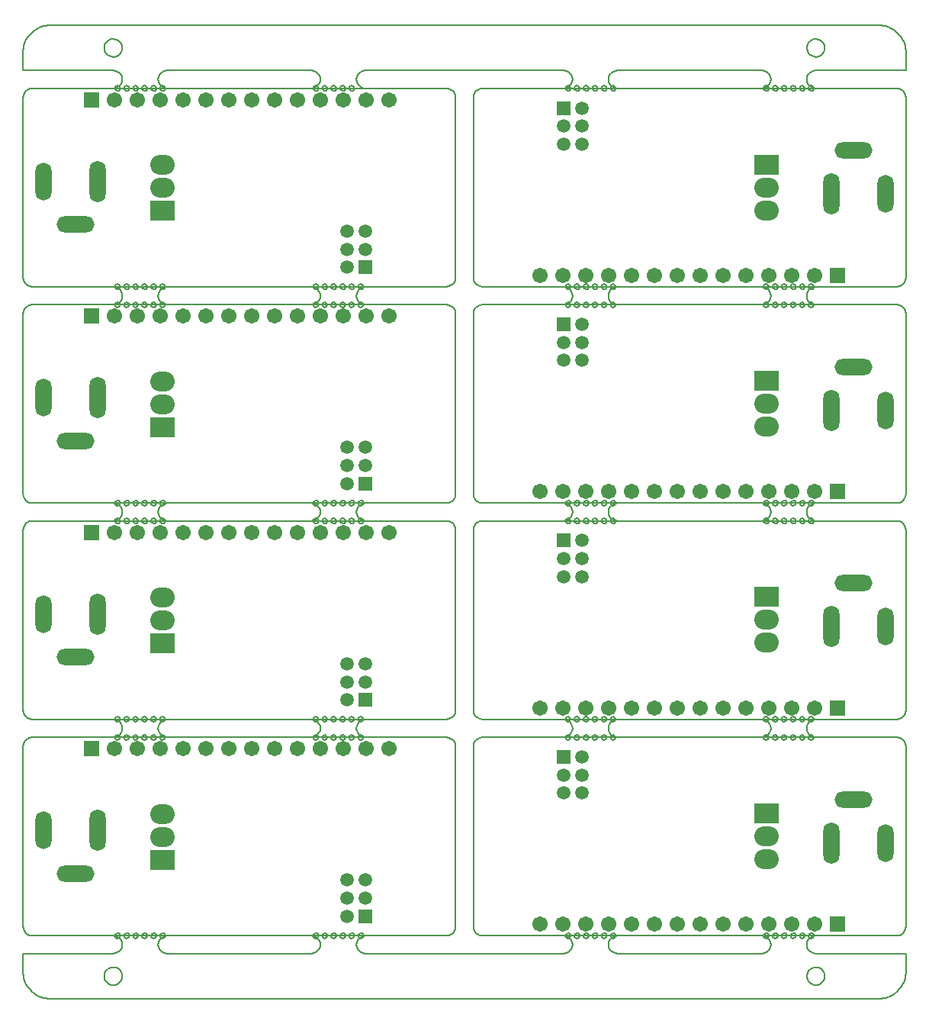
<source format=gbs>
G04*
G04 #@! TF.GenerationSoftware,Altium Limited,Altium Designer,18.0.7 (293)*
G04*
G04 Layer_Color=16711935*
%FSLAX25Y25*%
%MOIN*%
G70*
G01*
G75*
%ADD21C,0.00787*%
%ADD44O,0.07099X0.16548*%
%ADD45O,0.16548X0.07099*%
%ADD46O,0.07099X0.18123*%
%ADD47O,0.10642X0.08674*%
%ADD48R,0.10642X0.08674*%
%ADD49C,0.05918*%
%ADD50R,0.05918X0.05918*%
%ADD51C,0.06706*%
%ADD52R,0.06706X0.06706*%
G54D21*
X264020Y554453D02*
X263575Y555376D01*
X262576Y555604D01*
X261774Y554965D01*
Y553940D01*
X262576Y553301D01*
X263575Y553529D01*
X264020Y554453D01*
X283705D02*
X283260Y555376D01*
X282261Y555604D01*
X281459Y554965D01*
Y553940D01*
X282261Y553301D01*
X283260Y553529D01*
X283705Y554453D01*
X567169D02*
X566725Y555376D01*
X565725Y555604D01*
X564924Y554965D01*
Y553940D01*
X565725Y553301D01*
X566725Y553529D01*
X567169Y554453D01*
X480555D02*
X480110Y555376D01*
X479111Y555604D01*
X478310Y554965D01*
Y553940D01*
X479111Y553301D01*
X480110Y553529D01*
X480555Y554453D01*
X283705Y459965D02*
X283260Y460888D01*
X282261Y461116D01*
X281459Y460477D01*
Y459452D01*
X282261Y458813D01*
X283260Y459041D01*
X283705Y459965D01*
Y467839D02*
X283260Y468762D01*
X282261Y468990D01*
X281459Y468351D01*
Y467326D01*
X282261Y466687D01*
X283260Y466915D01*
X283705Y467839D01*
X370319Y459965D02*
X369874Y460888D01*
X368875Y461116D01*
X368074Y460477D01*
Y459452D01*
X368875Y458813D01*
X369874Y459041D01*
X370319Y459965D01*
Y467839D02*
X369874Y468762D01*
X368875Y468990D01*
X368074Y468351D01*
Y467326D01*
X368875Y466687D01*
X369874Y466915D01*
X370319Y467839D01*
X480555Y459965D02*
X480110Y460888D01*
X479111Y461116D01*
X478310Y460477D01*
Y459452D01*
X479111Y458813D01*
X480110Y459041D01*
X480555Y459965D01*
Y467839D02*
X480110Y468762D01*
X479111Y468990D01*
X478310Y468351D01*
Y467326D01*
X479111Y466687D01*
X480110Y466915D01*
X480555Y467839D01*
X567169Y459965D02*
X566725Y460888D01*
X565725Y461116D01*
X564924Y460477D01*
Y459452D01*
X565725Y458813D01*
X566725Y459041D01*
X567169Y459965D01*
Y467839D02*
X566725Y468762D01*
X565725Y468990D01*
X564924Y468351D01*
Y467326D01*
X565725Y466687D01*
X566725Y466915D01*
X567169Y467839D01*
Y365476D02*
X566725Y366400D01*
X565725Y366628D01*
X564924Y365989D01*
Y364964D01*
X565725Y364325D01*
X566725Y364553D01*
X567169Y365476D01*
Y373350D02*
X566725Y374274D01*
X565725Y374502D01*
X564924Y373863D01*
Y372838D01*
X565725Y372199D01*
X566725Y372427D01*
X567169Y373350D01*
X480555Y365476D02*
X480110Y366400D01*
X479111Y366628D01*
X478310Y365989D01*
Y364964D01*
X479111Y364325D01*
X480110Y364553D01*
X480555Y365476D01*
Y373350D02*
X480110Y374274D01*
X479111Y374502D01*
X478310Y373863D01*
Y372838D01*
X479111Y372199D01*
X480110Y372427D01*
X480555Y373350D01*
X370319Y365476D02*
X369874Y366400D01*
X368875Y366628D01*
X368074Y365989D01*
Y364964D01*
X368875Y364325D01*
X369874Y364553D01*
X370319Y365476D01*
Y373350D02*
X369874Y374274D01*
X368875Y374502D01*
X368074Y373863D01*
Y372838D01*
X368875Y372199D01*
X369874Y372427D01*
X370319Y373350D01*
X283705Y365476D02*
X283260Y366400D01*
X282261Y366628D01*
X281459Y365989D01*
Y364964D01*
X282261Y364325D01*
X283260Y364553D01*
X283705Y365476D01*
Y373350D02*
X283260Y374274D01*
X282261Y374502D01*
X281459Y373863D01*
Y372838D01*
X282261Y372199D01*
X283260Y372427D01*
X283705Y373350D01*
X370319Y270988D02*
X369874Y271912D01*
X368875Y272140D01*
X368074Y271501D01*
Y270476D01*
X368875Y269837D01*
X369874Y270065D01*
X370319Y270988D01*
Y278862D02*
X369874Y279786D01*
X368875Y280014D01*
X368074Y279375D01*
Y278350D01*
X368875Y277711D01*
X369874Y277939D01*
X370319Y278862D01*
X283705Y270988D02*
X283260Y271912D01*
X282261Y272140D01*
X281459Y271501D01*
Y270476D01*
X282261Y269837D01*
X283260Y270065D01*
X283705Y270988D01*
Y278862D02*
X283260Y279786D01*
X282261Y280014D01*
X281459Y279375D01*
Y278350D01*
X282261Y277711D01*
X283260Y277939D01*
X283705Y278862D01*
X480555Y270988D02*
X480110Y271912D01*
X479111Y272140D01*
X478310Y271501D01*
Y270476D01*
X479111Y269837D01*
X480110Y270065D01*
X480555Y270988D01*
Y278862D02*
X480110Y279786D01*
X479111Y280014D01*
X478310Y279375D01*
Y278350D01*
X479111Y277711D01*
X480110Y277939D01*
X480555Y278862D01*
X567169Y270988D02*
X566725Y271912D01*
X565725Y272140D01*
X564924Y271501D01*
Y270476D01*
X565725Y269837D01*
X566725Y270065D01*
X567169Y270988D01*
Y278862D02*
X566725Y279786D01*
X565725Y280014D01*
X564924Y279375D01*
Y278350D01*
X565725Y277711D01*
X566725Y277939D01*
X567169Y278862D01*
Y184374D02*
X566725Y185297D01*
X565725Y185526D01*
X564924Y184887D01*
Y183862D01*
X565725Y183222D01*
X566725Y183451D01*
X567169Y184374D01*
X480555D02*
X480110Y185297D01*
X479111Y185526D01*
X478310Y184887D01*
Y183862D01*
X479111Y183222D01*
X480110Y183451D01*
X480555Y184374D01*
X370319D02*
X369874Y185297D01*
X368875Y185526D01*
X368074Y184887D01*
Y183862D01*
X368875Y183222D01*
X369874Y183451D01*
X370319Y184374D01*
X283705D02*
X283260Y185297D01*
X282261Y185526D01*
X281459Y184887D01*
Y183862D01*
X282261Y183222D01*
X283260Y183451D01*
X283705Y184374D01*
X547484D02*
X547040Y185297D01*
X546040Y185526D01*
X545239Y184887D01*
Y183862D01*
X546040Y183222D01*
X547040Y183451D01*
X547484Y184374D01*
X476618D02*
X476173Y185297D01*
X475174Y185526D01*
X474373Y184887D01*
Y183862D01*
X475174Y183222D01*
X476173Y183451D01*
X476618Y184374D01*
X547484Y270988D02*
X547040Y271912D01*
X546040Y272140D01*
X545239Y271501D01*
Y270476D01*
X546040Y269837D01*
X547040Y270065D01*
X547484Y270988D01*
Y278862D02*
X547040Y279786D01*
X546040Y280014D01*
X545239Y279375D01*
Y278350D01*
X546040Y277711D01*
X547040Y277939D01*
X547484Y278862D01*
X476618Y270988D02*
X476173Y271912D01*
X475174Y272140D01*
X474373Y271501D01*
Y270476D01*
X475174Y269837D01*
X476173Y270065D01*
X476618Y270988D01*
Y278862D02*
X476173Y279786D01*
X475174Y280014D01*
X474373Y279375D01*
Y278350D01*
X475174Y277711D01*
X476173Y277939D01*
X476618Y278862D01*
X547484Y365476D02*
X547040Y366400D01*
X546040Y366628D01*
X545239Y365989D01*
Y364964D01*
X546040Y364325D01*
X547040Y364553D01*
X547484Y365476D01*
Y373350D02*
X547040Y374274D01*
X546040Y374502D01*
X545239Y373863D01*
Y372838D01*
X546040Y372199D01*
X547040Y372427D01*
X547484Y373350D01*
X476618Y365476D02*
X476173Y366400D01*
X475174Y366628D01*
X474373Y365989D01*
Y364964D01*
X475174Y364325D01*
X476173Y364553D01*
X476618Y365476D01*
Y373350D02*
X476173Y374274D01*
X475174Y374502D01*
X474373Y373863D01*
Y372838D01*
X475174Y372199D01*
X476173Y372427D01*
X476618Y373350D01*
X547484Y467839D02*
X547040Y468762D01*
X546040Y468990D01*
X545239Y468351D01*
Y467326D01*
X546040Y466687D01*
X547040Y466915D01*
X547484Y467839D01*
Y459965D02*
X547040Y460888D01*
X546040Y461116D01*
X545239Y460477D01*
Y459452D01*
X546040Y458813D01*
X547040Y459041D01*
X547484Y459965D01*
X476618D02*
X476173Y460888D01*
X475174Y461116D01*
X474373Y460477D01*
Y459452D01*
X475174Y458813D01*
X476173Y459041D01*
X476618Y459965D01*
Y467839D02*
X476173Y468762D01*
X475174Y468990D01*
X474373Y468351D01*
Y467326D01*
X475174Y466687D01*
X476173Y466915D01*
X476618Y467839D01*
X547484Y554453D02*
X547040Y555376D01*
X546040Y555604D01*
X545239Y554965D01*
Y553940D01*
X546040Y553301D01*
X547040Y553529D01*
X547484Y554453D01*
X476618D02*
X476173Y555376D01*
X475174Y555604D01*
X474373Y554965D01*
Y553940D01*
X475174Y553301D01*
X476173Y553529D01*
X476618Y554453D01*
X350634D02*
X350189Y555376D01*
X349190Y555604D01*
X348389Y554965D01*
Y553940D01*
X349190Y553301D01*
X350189Y553529D01*
X350634Y554453D01*
X279768D02*
X279323Y555376D01*
X278324Y555604D01*
X277522Y554965D01*
Y553940D01*
X278324Y553301D01*
X279323Y553529D01*
X279768Y554453D01*
X350634Y459965D02*
X350189Y460888D01*
X349190Y461116D01*
X348389Y460477D01*
Y459452D01*
X349190Y458813D01*
X350189Y459041D01*
X350634Y459965D01*
Y467839D02*
X350189Y468762D01*
X349190Y468990D01*
X348389Y468351D01*
Y467326D01*
X349190Y466687D01*
X350189Y466915D01*
X350634Y467839D01*
X279768Y459965D02*
X279323Y460888D01*
X278324Y461116D01*
X277522Y460477D01*
Y459452D01*
X278324Y458813D01*
X279323Y459041D01*
X279768Y459965D01*
Y467839D02*
X279323Y468762D01*
X278324Y468990D01*
X277522Y468351D01*
Y467326D01*
X278324Y466687D01*
X279323Y466915D01*
X279768Y467839D01*
X350634Y365476D02*
X350189Y366400D01*
X349190Y366628D01*
X348389Y365989D01*
Y364964D01*
X349190Y364325D01*
X350189Y364553D01*
X350634Y365476D01*
Y373350D02*
X350189Y374274D01*
X349190Y374502D01*
X348389Y373863D01*
Y372838D01*
X349190Y372199D01*
X350189Y372427D01*
X350634Y373350D01*
X279768Y365476D02*
X279323Y366400D01*
X278324Y366628D01*
X277522Y365989D01*
Y364964D01*
X278324Y364325D01*
X279323Y364553D01*
X279768Y365476D01*
Y373350D02*
X279323Y374274D01*
X278324Y374502D01*
X277522Y373863D01*
Y372838D01*
X278324Y372199D01*
X279323Y372427D01*
X279768Y373350D01*
X350634Y270988D02*
X350189Y271912D01*
X349190Y272140D01*
X348389Y271501D01*
Y270476D01*
X349190Y269837D01*
X350189Y270065D01*
X350634Y270988D01*
Y278862D02*
X350189Y279786D01*
X349190Y280014D01*
X348389Y279375D01*
Y278350D01*
X349190Y277711D01*
X350189Y277939D01*
X350634Y278862D01*
X279768Y270988D02*
X279323Y271912D01*
X278324Y272140D01*
X277522Y271501D01*
Y270476D01*
X278324Y269837D01*
X279323Y270065D01*
X279768Y270988D01*
Y278862D02*
X279323Y279786D01*
X278324Y280014D01*
X277522Y279375D01*
Y278350D01*
X278324Y277711D01*
X279323Y277939D01*
X279768Y278862D01*
X350634Y184374D02*
X350189Y185297D01*
X349190Y185526D01*
X348389Y184887D01*
Y183862D01*
X349190Y183222D01*
X350189Y183451D01*
X350634Y184374D01*
X279768D02*
X279323Y185297D01*
X278324Y185526D01*
X277522Y184887D01*
Y183862D01*
X278324Y183222D01*
X279323Y183451D01*
X279768Y184374D01*
X551421Y270988D02*
X550977Y271912D01*
X549977Y272140D01*
X549176Y271501D01*
Y270476D01*
X549977Y269837D01*
X550977Y270065D01*
X551421Y270988D01*
X555358D02*
X554914Y271912D01*
X553914Y272140D01*
X553113Y271501D01*
Y270476D01*
X553914Y269837D01*
X554914Y270065D01*
X555358Y270988D01*
X559295D02*
X558851Y271912D01*
X557851Y272140D01*
X557050Y271501D01*
Y270476D01*
X557851Y269837D01*
X558851Y270065D01*
X559295Y270988D01*
X563232D02*
X562788Y271912D01*
X561788Y272140D01*
X560987Y271501D01*
Y270476D01*
X561788Y269837D01*
X562788Y270065D01*
X563232Y270988D01*
X551421Y278862D02*
X550977Y279786D01*
X549977Y280014D01*
X549176Y279375D01*
Y278350D01*
X549977Y277711D01*
X550977Y277939D01*
X551421Y278862D01*
X555358D02*
X554914Y279786D01*
X553914Y280014D01*
X553113Y279375D01*
Y278350D01*
X553914Y277711D01*
X554914Y277939D01*
X555358Y278862D01*
X559295D02*
X558851Y279786D01*
X557851Y280014D01*
X557050Y279375D01*
Y278350D01*
X557851Y277711D01*
X558851Y277939D01*
X559295Y278862D01*
X563232D02*
X562788Y279786D01*
X561788Y280014D01*
X560987Y279375D01*
Y278350D01*
X561788Y277711D01*
X562788Y277939D01*
X563232Y278862D01*
X460870Y270988D02*
X460425Y271912D01*
X459426Y272140D01*
X458625Y271501D01*
Y270476D01*
X459426Y269837D01*
X460425Y270065D01*
X460870Y270988D01*
X464807D02*
X464362Y271912D01*
X463363Y272140D01*
X462562Y271501D01*
Y270476D01*
X463363Y269837D01*
X464362Y270065D01*
X464807Y270988D01*
X468744D02*
X468299Y271912D01*
X467300Y272140D01*
X466499Y271501D01*
Y270476D01*
X467300Y269837D01*
X468299Y270065D01*
X468744Y270988D01*
X472681D02*
X472236Y271912D01*
X471237Y272140D01*
X470436Y271501D01*
Y270476D01*
X471237Y269837D01*
X472236Y270065D01*
X472681Y270988D01*
X460870Y278862D02*
X460425Y279786D01*
X459426Y280014D01*
X458625Y279375D01*
Y278350D01*
X459426Y277711D01*
X460425Y277939D01*
X460870Y278862D01*
X464807D02*
X464362Y279786D01*
X463363Y280014D01*
X462562Y279375D01*
Y278350D01*
X463363Y277711D01*
X464362Y277939D01*
X464807Y278862D01*
X468744D02*
X468299Y279786D01*
X467300Y280014D01*
X466499Y279375D01*
Y278350D01*
X467300Y277711D01*
X468299Y277939D01*
X468744Y278862D01*
X472681D02*
X472236Y279786D01*
X471237Y280014D01*
X470436Y279375D01*
Y278350D01*
X471237Y277711D01*
X472236Y277939D01*
X472681Y278862D01*
X551421Y365476D02*
X550977Y366400D01*
X549977Y366628D01*
X549176Y365989D01*
Y364964D01*
X549977Y364325D01*
X550977Y364553D01*
X551421Y365476D01*
X555358D02*
X554914Y366400D01*
X553914Y366628D01*
X553113Y365989D01*
Y364964D01*
X553914Y364325D01*
X554914Y364553D01*
X555358Y365476D01*
X559295D02*
X558851Y366400D01*
X557851Y366628D01*
X557050Y365989D01*
Y364964D01*
X557851Y364325D01*
X558851Y364553D01*
X559295Y365476D01*
X563232D02*
X562788Y366400D01*
X561788Y366628D01*
X560987Y365989D01*
Y364964D01*
X561788Y364325D01*
X562788Y364553D01*
X563232Y365476D01*
X551421Y373350D02*
X550977Y374274D01*
X549977Y374502D01*
X549176Y373863D01*
Y372838D01*
X549977Y372199D01*
X550977Y372427D01*
X551421Y373350D01*
X555358D02*
X554914Y374274D01*
X553914Y374502D01*
X553113Y373863D01*
Y372838D01*
X553914Y372199D01*
X554914Y372427D01*
X555358Y373350D01*
X559295D02*
X558851Y374274D01*
X557851Y374502D01*
X557050Y373863D01*
Y372838D01*
X557851Y372199D01*
X558851Y372427D01*
X559295Y373350D01*
X563232D02*
X562788Y374274D01*
X561788Y374502D01*
X560987Y373863D01*
Y372838D01*
X561788Y372199D01*
X562788Y372427D01*
X563232Y373350D01*
X460870Y365476D02*
X460425Y366400D01*
X459426Y366628D01*
X458625Y365989D01*
Y364964D01*
X459426Y364325D01*
X460425Y364553D01*
X460870Y365476D01*
X464807D02*
X464362Y366400D01*
X463363Y366628D01*
X462562Y365989D01*
Y364964D01*
X463363Y364325D01*
X464362Y364553D01*
X464807Y365476D01*
X468744D02*
X468299Y366400D01*
X467300Y366628D01*
X466499Y365989D01*
Y364964D01*
X467300Y364325D01*
X468299Y364553D01*
X468744Y365476D01*
X472681D02*
X472236Y366400D01*
X471237Y366628D01*
X470436Y365989D01*
Y364964D01*
X471237Y364325D01*
X472236Y364553D01*
X472681Y365476D01*
X460870Y373350D02*
X460425Y374274D01*
X459426Y374502D01*
X458625Y373863D01*
Y372838D01*
X459426Y372199D01*
X460425Y372427D01*
X460870Y373350D01*
X464807D02*
X464362Y374274D01*
X463363Y374502D01*
X462562Y373863D01*
Y372838D01*
X463363Y372199D01*
X464362Y372427D01*
X464807Y373350D01*
X468744D02*
X468299Y374274D01*
X467300Y374502D01*
X466499Y373863D01*
Y372838D01*
X467300Y372199D01*
X468299Y372427D01*
X468744Y373350D01*
X472681D02*
X472236Y374274D01*
X471237Y374502D01*
X470436Y373863D01*
Y372838D01*
X471237Y372199D01*
X472236Y372427D01*
X472681Y373350D01*
X551421Y459965D02*
X550977Y460888D01*
X549977Y461116D01*
X549176Y460477D01*
Y459452D01*
X549977Y458813D01*
X550977Y459041D01*
X551421Y459965D01*
X555358D02*
X554914Y460888D01*
X553914Y461116D01*
X553113Y460477D01*
Y459452D01*
X553914Y458813D01*
X554914Y459041D01*
X555358Y459965D01*
X559295D02*
X558851Y460888D01*
X557851Y461116D01*
X557050Y460477D01*
Y459452D01*
X557851Y458813D01*
X558851Y459041D01*
X559295Y459965D01*
X563232D02*
X562788Y460888D01*
X561788Y461116D01*
X560987Y460477D01*
Y459452D01*
X561788Y458813D01*
X562788Y459041D01*
X563232Y459965D01*
X551421Y467839D02*
X550977Y468762D01*
X549977Y468990D01*
X549176Y468351D01*
Y467326D01*
X549977Y466687D01*
X550977Y466915D01*
X551421Y467839D01*
X555358D02*
X554914Y468762D01*
X553914Y468990D01*
X553113Y468351D01*
Y467326D01*
X553914Y466687D01*
X554914Y466915D01*
X555358Y467839D01*
X559295D02*
X558851Y468762D01*
X557851Y468990D01*
X557050Y468351D01*
Y467326D01*
X557851Y466687D01*
X558851Y466915D01*
X559295Y467839D01*
X563232D02*
X562788Y468762D01*
X561788Y468990D01*
X560987Y468351D01*
Y467326D01*
X561788Y466687D01*
X562788Y466915D01*
X563232Y467839D01*
X460870Y459965D02*
X460425Y460888D01*
X459426Y461116D01*
X458625Y460477D01*
Y459452D01*
X459426Y458813D01*
X460425Y459041D01*
X460870Y459965D01*
X464807D02*
X464362Y460888D01*
X463363Y461116D01*
X462562Y460477D01*
Y459452D01*
X463363Y458813D01*
X464362Y459041D01*
X464807Y459965D01*
X468744D02*
X468299Y460888D01*
X467300Y461116D01*
X466499Y460477D01*
Y459452D01*
X467300Y458813D01*
X468299Y459041D01*
X468744Y459965D01*
X472681D02*
X472236Y460888D01*
X471237Y461116D01*
X470436Y460477D01*
Y459452D01*
X471237Y458813D01*
X472236Y459041D01*
X472681Y459965D01*
X460870Y467839D02*
X460425Y468762D01*
X459426Y468990D01*
X458625Y468351D01*
Y467326D01*
X459426Y466687D01*
X460425Y466915D01*
X460870Y467839D01*
X464807D02*
X464362Y468762D01*
X463363Y468990D01*
X462562Y468351D01*
Y467326D01*
X463363Y466687D01*
X464362Y466915D01*
X464807Y467839D01*
X468744D02*
X468299Y468762D01*
X467300Y468990D01*
X466499Y468351D01*
Y467326D01*
X467300Y466687D01*
X468299Y466915D01*
X468744Y467839D01*
X472681D02*
X472236Y468762D01*
X471237Y468990D01*
X470436Y468351D01*
Y467326D01*
X471237Y466687D01*
X472236Y466915D01*
X472681Y467839D01*
X551421Y554453D02*
X550977Y555376D01*
X549977Y555604D01*
X549176Y554965D01*
Y553940D01*
X549977Y553301D01*
X550977Y553529D01*
X551421Y554453D01*
X555358D02*
X554914Y555376D01*
X553914Y555604D01*
X553113Y554965D01*
Y553940D01*
X553914Y553301D01*
X554914Y553529D01*
X555358Y554453D01*
X559295D02*
X558851Y555376D01*
X557851Y555604D01*
X557050Y554965D01*
Y553940D01*
X557851Y553301D01*
X558851Y553529D01*
X559295Y554453D01*
X563232D02*
X562788Y555376D01*
X561788Y555604D01*
X560987Y554965D01*
Y553940D01*
X561788Y553301D01*
X562788Y553529D01*
X563232Y554453D01*
X460870D02*
X460425Y555376D01*
X459426Y555604D01*
X458625Y554965D01*
Y553940D01*
X459426Y553301D01*
X460425Y553529D01*
X460870Y554453D01*
X464807D02*
X464362Y555376D01*
X463363Y555604D01*
X462562Y554965D01*
Y553940D01*
X463363Y553301D01*
X464362Y553529D01*
X464807Y554453D01*
X468744D02*
X468299Y555376D01*
X467300Y555604D01*
X466499Y554965D01*
Y553940D01*
X467300Y553301D01*
X468299Y553529D01*
X468744Y554453D01*
X472681D02*
X472236Y555376D01*
X471237Y555604D01*
X470436Y554965D01*
Y553940D01*
X471237Y553301D01*
X472236Y553529D01*
X472681Y554453D01*
X354571D02*
X354126Y555376D01*
X353127Y555604D01*
X352326Y554965D01*
Y553940D01*
X353127Y553301D01*
X354126Y553529D01*
X354571Y554453D01*
X358508D02*
X358063Y555376D01*
X357064Y555604D01*
X356263Y554965D01*
Y553940D01*
X357064Y553301D01*
X358063Y553529D01*
X358508Y554453D01*
X362445D02*
X362000Y555376D01*
X361001Y555604D01*
X360200Y554965D01*
Y553940D01*
X361001Y553301D01*
X362000Y553529D01*
X362445Y554453D01*
X366382D02*
X365937Y555376D01*
X364938Y555604D01*
X364137Y554965D01*
Y553940D01*
X364938Y553301D01*
X365937Y553529D01*
X366382Y554453D01*
X267957D02*
X267512Y555376D01*
X266513Y555604D01*
X265711Y554965D01*
Y553940D01*
X266513Y553301D01*
X267512Y553529D01*
X267957Y554453D01*
X271894D02*
X271449Y555376D01*
X270450Y555604D01*
X269649Y554965D01*
Y553940D01*
X270450Y553301D01*
X271449Y553529D01*
X271894Y554453D01*
X275831D02*
X275386Y555376D01*
X274387Y555604D01*
X273586Y554965D01*
Y553940D01*
X274387Y553301D01*
X275386Y553529D01*
X275831Y554453D01*
X354571Y459965D02*
X354126Y460888D01*
X353127Y461116D01*
X352326Y460477D01*
Y459452D01*
X353127Y458813D01*
X354126Y459041D01*
X354571Y459965D01*
X358508D02*
X358063Y460888D01*
X357064Y461116D01*
X356263Y460477D01*
Y459452D01*
X357064Y458813D01*
X358063Y459041D01*
X358508Y459965D01*
X362445D02*
X362000Y460888D01*
X361001Y461116D01*
X360200Y460477D01*
Y459452D01*
X361001Y458813D01*
X362000Y459041D01*
X362445Y459965D01*
X366382D02*
X365937Y460888D01*
X364938Y461116D01*
X364137Y460477D01*
Y459452D01*
X364938Y458813D01*
X365937Y459041D01*
X366382Y459965D01*
X354571Y467839D02*
X354126Y468762D01*
X353127Y468990D01*
X352326Y468351D01*
Y467326D01*
X353127Y466687D01*
X354126Y466915D01*
X354571Y467839D01*
X358508D02*
X358063Y468762D01*
X357064Y468990D01*
X356263Y468351D01*
Y467326D01*
X357064Y466687D01*
X358063Y466915D01*
X358508Y467839D01*
X362445D02*
X362000Y468762D01*
X361001Y468990D01*
X360200Y468351D01*
Y467326D01*
X361001Y466687D01*
X362000Y466915D01*
X362445Y467839D01*
X366382D02*
X365937Y468762D01*
X364938Y468990D01*
X364137Y468351D01*
Y467326D01*
X364938Y466687D01*
X365937Y466915D01*
X366382Y467839D01*
X264020Y459965D02*
X263575Y460888D01*
X262576Y461116D01*
X261774Y460477D01*
Y459452D01*
X262576Y458813D01*
X263575Y459041D01*
X264020Y459965D01*
X267957D02*
X267512Y460888D01*
X266513Y461116D01*
X265711Y460477D01*
Y459452D01*
X266513Y458813D01*
X267512Y459041D01*
X267957Y459965D01*
X271894D02*
X271449Y460888D01*
X270450Y461116D01*
X269649Y460477D01*
Y459452D01*
X270450Y458813D01*
X271449Y459041D01*
X271894Y459965D01*
X275831D02*
X275386Y460888D01*
X274387Y461116D01*
X273586Y460477D01*
Y459452D01*
X274387Y458813D01*
X275386Y459041D01*
X275831Y459965D01*
X264020Y467839D02*
X263575Y468762D01*
X262576Y468990D01*
X261774Y468351D01*
Y467326D01*
X262576Y466687D01*
X263575Y466915D01*
X264020Y467839D01*
X267957D02*
X267512Y468762D01*
X266513Y468990D01*
X265711Y468351D01*
Y467326D01*
X266513Y466687D01*
X267512Y466915D01*
X267957Y467839D01*
X271894D02*
X271449Y468762D01*
X270450Y468990D01*
X269649Y468351D01*
Y467326D01*
X270450Y466687D01*
X271449Y466915D01*
X271894Y467839D01*
X275831D02*
X275386Y468762D01*
X274387Y468990D01*
X273586Y468351D01*
Y467326D01*
X274387Y466687D01*
X275386Y466915D01*
X275831Y467839D01*
X354571Y365476D02*
X354126Y366400D01*
X353127Y366628D01*
X352326Y365989D01*
Y364964D01*
X353127Y364325D01*
X354126Y364553D01*
X354571Y365476D01*
X358508D02*
X358063Y366400D01*
X357064Y366628D01*
X356263Y365989D01*
Y364964D01*
X357064Y364325D01*
X358063Y364553D01*
X358508Y365476D01*
X362445D02*
X362000Y366400D01*
X361001Y366628D01*
X360200Y365989D01*
Y364964D01*
X361001Y364325D01*
X362000Y364553D01*
X362445Y365476D01*
X366382D02*
X365937Y366400D01*
X364938Y366628D01*
X364137Y365989D01*
Y364964D01*
X364938Y364325D01*
X365937Y364553D01*
X366382Y365476D01*
X354571Y373350D02*
X354126Y374274D01*
X353127Y374502D01*
X352326Y373863D01*
Y372838D01*
X353127Y372199D01*
X354126Y372427D01*
X354571Y373350D01*
X358508D02*
X358063Y374274D01*
X357064Y374502D01*
X356263Y373863D01*
Y372838D01*
X357064Y372199D01*
X358063Y372427D01*
X358508Y373350D01*
X362445D02*
X362000Y374274D01*
X361001Y374502D01*
X360200Y373863D01*
Y372838D01*
X361001Y372199D01*
X362000Y372427D01*
X362445Y373350D01*
X366382D02*
X365937Y374274D01*
X364938Y374502D01*
X364137Y373863D01*
Y372838D01*
X364938Y372199D01*
X365937Y372427D01*
X366382Y373350D01*
X264020Y365476D02*
X263575Y366400D01*
X262576Y366628D01*
X261774Y365989D01*
Y364964D01*
X262576Y364325D01*
X263575Y364553D01*
X264020Y365476D01*
X267957D02*
X267512Y366400D01*
X266513Y366628D01*
X265711Y365989D01*
Y364964D01*
X266513Y364325D01*
X267512Y364553D01*
X267957Y365476D01*
X271894D02*
X271449Y366400D01*
X270450Y366628D01*
X269649Y365989D01*
Y364964D01*
X270450Y364325D01*
X271449Y364553D01*
X271894Y365476D01*
X275831D02*
X275386Y366400D01*
X274387Y366628D01*
X273586Y365989D01*
Y364964D01*
X274387Y364325D01*
X275386Y364553D01*
X275831Y365476D01*
X264020Y373350D02*
X263575Y374274D01*
X262576Y374502D01*
X261774Y373863D01*
Y372838D01*
X262576Y372199D01*
X263575Y372427D01*
X264020Y373350D01*
X267957D02*
X267512Y374274D01*
X266513Y374502D01*
X265711Y373863D01*
Y372838D01*
X266513Y372199D01*
X267512Y372427D01*
X267957Y373350D01*
X271894D02*
X271449Y374274D01*
X270450Y374502D01*
X269649Y373863D01*
Y372838D01*
X270450Y372199D01*
X271449Y372427D01*
X271894Y373350D01*
X275831D02*
X275386Y374274D01*
X274387Y374502D01*
X273586Y373863D01*
Y372838D01*
X274387Y372199D01*
X275386Y372427D01*
X275831Y373350D01*
X354571Y270988D02*
X354126Y271912D01*
X353127Y272140D01*
X352326Y271501D01*
Y270476D01*
X353127Y269837D01*
X354126Y270065D01*
X354571Y270988D01*
X358508D02*
X358063Y271912D01*
X357064Y272140D01*
X356263Y271501D01*
Y270476D01*
X357064Y269837D01*
X358063Y270065D01*
X358508Y270988D01*
X362445D02*
X362000Y271912D01*
X361001Y272140D01*
X360200Y271501D01*
Y270476D01*
X361001Y269837D01*
X362000Y270065D01*
X362445Y270988D01*
X366382D02*
X365937Y271912D01*
X364938Y272140D01*
X364137Y271501D01*
Y270476D01*
X364938Y269837D01*
X365937Y270065D01*
X366382Y270988D01*
X354571Y278862D02*
X354126Y279786D01*
X353127Y280014D01*
X352326Y279375D01*
Y278350D01*
X353127Y277711D01*
X354126Y277939D01*
X354571Y278862D01*
X358508D02*
X358063Y279786D01*
X357064Y280014D01*
X356263Y279375D01*
Y278350D01*
X357064Y277711D01*
X358063Y277939D01*
X358508Y278862D01*
X362445D02*
X362000Y279786D01*
X361001Y280014D01*
X360200Y279375D01*
Y278350D01*
X361001Y277711D01*
X362000Y277939D01*
X362445Y278862D01*
X366382D02*
X365937Y279786D01*
X364938Y280014D01*
X364137Y279375D01*
Y278350D01*
X364938Y277711D01*
X365937Y277939D01*
X366382Y278862D01*
X264020D02*
X263575Y279786D01*
X262576Y280014D01*
X261774Y279375D01*
Y278350D01*
X262576Y277711D01*
X263575Y277939D01*
X264020Y278862D01*
X267957D02*
X267512Y279786D01*
X266513Y280014D01*
X265711Y279375D01*
Y278350D01*
X266513Y277711D01*
X267512Y277939D01*
X267957Y278862D01*
X271894D02*
X271449Y279786D01*
X270450Y280014D01*
X269649Y279375D01*
Y278350D01*
X270450Y277711D01*
X271449Y277939D01*
X271894Y278862D01*
X275831D02*
X275386Y279786D01*
X274387Y280014D01*
X273586Y279375D01*
Y278350D01*
X274387Y277711D01*
X275386Y277939D01*
X275831Y278862D01*
X264020Y270988D02*
X263575Y271912D01*
X262576Y272140D01*
X261774Y271501D01*
Y270476D01*
X262576Y269837D01*
X263575Y270065D01*
X264020Y270988D01*
X267957D02*
X267512Y271912D01*
X266513Y272140D01*
X265711Y271501D01*
Y270476D01*
X266513Y269837D01*
X267512Y270065D01*
X267957Y270988D01*
X271894D02*
X271449Y271912D01*
X270450Y272140D01*
X269649Y271501D01*
Y270476D01*
X270450Y269837D01*
X271449Y270065D01*
X271894Y270988D01*
X275831D02*
X275386Y271912D01*
X274387Y272140D01*
X273586Y271501D01*
Y270476D01*
X274387Y269837D01*
X275386Y270065D01*
X275831Y270988D01*
X551421Y184374D02*
X550977Y185297D01*
X549977Y185526D01*
X549176Y184887D01*
Y183862D01*
X549977Y183222D01*
X550977Y183451D01*
X551421Y184374D01*
X555358D02*
X554914Y185297D01*
X553914Y185526D01*
X553113Y184887D01*
Y183862D01*
X553914Y183222D01*
X554914Y183451D01*
X555358Y184374D01*
X559295D02*
X558851Y185297D01*
X557851Y185526D01*
X557050Y184887D01*
Y183862D01*
X557851Y183222D01*
X558851Y183451D01*
X559295Y184374D01*
X563232D02*
X562788Y185297D01*
X561788Y185526D01*
X560987Y184887D01*
Y183862D01*
X561788Y183222D01*
X562788Y183451D01*
X563232Y184374D01*
X460870D02*
X460425Y185297D01*
X459426Y185526D01*
X458625Y184887D01*
Y183862D01*
X459426Y183222D01*
X460425Y183451D01*
X460870Y184374D01*
X464807D02*
X464362Y185297D01*
X463363Y185526D01*
X462562Y184887D01*
Y183862D01*
X463363Y183222D01*
X464362Y183451D01*
X464807Y184374D01*
X468744D02*
X468299Y185297D01*
X467300Y185526D01*
X466499Y184887D01*
Y183862D01*
X467300Y183222D01*
X468299Y183451D01*
X468744Y184374D01*
X472681D02*
X472236Y185297D01*
X471237Y185526D01*
X470436Y184887D01*
Y183862D01*
X471237Y183222D01*
X472236Y183451D01*
X472681Y184374D01*
X366382D02*
X365937Y185297D01*
X364938Y185526D01*
X364137Y184887D01*
Y183862D01*
X364938Y183222D01*
X365937Y183451D01*
X366382Y184374D01*
X362445D02*
X362000Y185297D01*
X361001Y185526D01*
X360200Y184887D01*
Y183862D01*
X361001Y183222D01*
X362000Y183451D01*
X362445Y184374D01*
X358508D02*
X358063Y185297D01*
X357064Y185526D01*
X356263Y184887D01*
Y183862D01*
X357064Y183222D01*
X358063Y183451D01*
X358508Y184374D01*
X354571D02*
X354126Y185297D01*
X353127Y185526D01*
X352326Y184887D01*
Y183862D01*
X353127Y183222D01*
X354126Y183451D01*
X354571Y184374D01*
X275831D02*
X275386Y185297D01*
X274387Y185526D01*
X273586Y184887D01*
Y183862D01*
X274387Y183222D01*
X275386Y183451D01*
X275831Y184374D01*
X271894D02*
X271449Y185297D01*
X270450Y185526D01*
X269649Y184887D01*
Y183862D01*
X270450Y183222D01*
X271449Y183451D01*
X271894Y184374D01*
X267957D02*
X267512Y185297D01*
X266513Y185526D01*
X265711Y184887D01*
Y183862D01*
X266513Y183222D01*
X267512Y183451D01*
X267957Y184374D01*
X264020D02*
X263575Y185297D01*
X262576Y185526D01*
X261774Y184887D01*
Y183862D01*
X262576Y183222D01*
X263575Y183451D01*
X264020Y184374D01*
X418350Y188311D02*
X418484Y187292D01*
X418878Y186343D01*
X419503Y185527D01*
X420319Y184901D01*
X421268Y184508D01*
X422287Y184374D01*
X406539D02*
X407558Y184508D01*
X408508Y184901D01*
X409323Y185527D01*
X409949Y186343D01*
X410342Y187292D01*
X410476Y188311D01*
X603390Y184374D02*
X604409Y184508D01*
X605358Y184901D01*
X606174Y185527D01*
X606799Y186343D01*
X607193Y187292D01*
X607327Y188311D01*
X603390Y278862D02*
X604409Y278996D01*
X605358Y279390D01*
X606174Y280015D01*
X606799Y280831D01*
X607193Y281780D01*
X607327Y282799D01*
X607327Y267051D02*
X607193Y268070D01*
X606799Y269020D01*
X606174Y269835D01*
X605358Y270461D01*
X604409Y270854D01*
X603390Y270988D01*
Y373350D02*
X604409Y373484D01*
X605358Y373878D01*
X606174Y374503D01*
X606799Y375319D01*
X607193Y376268D01*
X607327Y377287D01*
X607327Y361539D02*
X607193Y362558D01*
X606799Y363508D01*
X606174Y364323D01*
X605358Y364949D01*
X604409Y365342D01*
X603390Y365476D01*
Y467839D02*
X604409Y467973D01*
X605358Y468366D01*
X606174Y468992D01*
X606799Y469807D01*
X607193Y470757D01*
X607327Y471776D01*
X607327Y456028D02*
X607193Y457047D01*
X606799Y457996D01*
X606174Y458811D01*
X605358Y459437D01*
X604409Y459830D01*
X603390Y459965D01*
X607327Y550516D02*
X607193Y551535D01*
X606799Y552484D01*
X606174Y553300D01*
X605358Y553925D01*
X604409Y554319D01*
X603390Y554453D01*
X225437D02*
X224418Y554319D01*
X223468Y553925D01*
X222653Y553300D01*
X222027Y552484D01*
X221634Y551535D01*
X221500Y550516D01*
Y282799D02*
X221634Y281780D01*
X222027Y280831D01*
X222653Y280015D01*
X223468Y279390D01*
X224418Y278996D01*
X225437Y278862D01*
Y270988D02*
X224418Y270854D01*
X223468Y270461D01*
X222653Y269835D01*
X222027Y269020D01*
X221634Y268070D01*
X221500Y267051D01*
Y377287D02*
X221634Y376268D01*
X222027Y375319D01*
X222653Y374503D01*
X223468Y373878D01*
X224418Y373484D01*
X225437Y373350D01*
Y365476D02*
X224418Y365342D01*
X223468Y364949D01*
X222653Y364323D01*
X222027Y363508D01*
X221634Y362558D01*
X221500Y361539D01*
Y471776D02*
X221634Y470757D01*
X222027Y469807D01*
X222653Y468992D01*
X223468Y468366D01*
X224418Y467973D01*
X225437Y467839D01*
Y459965D02*
X224418Y459830D01*
X223468Y459437D01*
X222653Y458811D01*
X222027Y457996D01*
X221634Y457047D01*
X221500Y456028D01*
X410476Y550516D02*
X410342Y551535D01*
X409949Y552484D01*
X409323Y553300D01*
X408508Y553925D01*
X407558Y554319D01*
X406539Y554453D01*
X422287D02*
X421268Y554319D01*
X420319Y553925D01*
X419503Y553300D01*
X418878Y552484D01*
X418484Y551535D01*
X418350Y550516D01*
X406539Y467839D02*
X407558Y467973D01*
X408508Y468366D01*
X409323Y468992D01*
X409949Y469807D01*
X410342Y470757D01*
X410476Y471776D01*
X418350D02*
X418484Y470757D01*
X418878Y469807D01*
X419503Y468992D01*
X420319Y468366D01*
X421268Y467973D01*
X422287Y467839D01*
X410476Y456028D02*
X410342Y457047D01*
X409949Y457996D01*
X409323Y458811D01*
X408508Y459437D01*
X407558Y459830D01*
X406539Y459965D01*
X422287D02*
X421268Y459830D01*
X420319Y459437D01*
X419503Y458811D01*
X418878Y457996D01*
X418484Y457047D01*
X418350Y456028D01*
X406539Y373350D02*
X407558Y373484D01*
X408508Y373878D01*
X409323Y374503D01*
X409949Y375319D01*
X410342Y376268D01*
X410476Y377287D01*
X418350D02*
X418484Y376268D01*
X418878Y375319D01*
X419503Y374503D01*
X420319Y373878D01*
X421268Y373484D01*
X422287Y373350D01*
X410476Y361539D02*
X410342Y362558D01*
X409949Y363508D01*
X409323Y364323D01*
X408508Y364949D01*
X407558Y365342D01*
X406539Y365476D01*
X422287D02*
X421268Y365342D01*
X420319Y364949D01*
X419503Y364323D01*
X418878Y363508D01*
X418484Y362558D01*
X418350Y361539D01*
X422287Y270988D02*
X421268Y270854D01*
X420319Y270461D01*
X419503Y269835D01*
X418878Y269020D01*
X418484Y268070D01*
X418350Y267051D01*
X410476D02*
X410342Y268070D01*
X409949Y269020D01*
X409323Y269835D01*
X408508Y270461D01*
X407558Y270854D01*
X406539Y270988D01*
X418350Y282799D02*
X418484Y281780D01*
X418878Y280831D01*
X419503Y280015D01*
X420319Y279390D01*
X421268Y278996D01*
X422287Y278862D01*
X406539D02*
X407558Y278996D01*
X408508Y279390D01*
X409323Y280015D01*
X409949Y280831D01*
X410342Y281780D01*
X410476Y282799D01*
X457721Y270988D02*
X458739Y271122D01*
X459689Y271516D01*
X460504Y272141D01*
X461130Y272957D01*
X461523Y273906D01*
X461657Y274925D01*
X461523Y275944D01*
X461130Y276894D01*
X460504Y277709D01*
X459689Y278335D01*
X458739Y278728D01*
X457721Y278862D01*
X481343D02*
X480324Y278728D01*
X479374Y278335D01*
X478559Y277709D01*
X477933Y276894D01*
X477540Y275944D01*
X477406Y274925D01*
X477540Y273906D01*
X477933Y272957D01*
X478559Y272141D01*
X479374Y271516D01*
X480324Y271122D01*
X481343Y270988D01*
X544335D02*
X545354Y271122D01*
X546303Y271516D01*
X547119Y272141D01*
X547744Y272957D01*
X548138Y273906D01*
X548272Y274925D01*
X548138Y275944D01*
X547744Y276894D01*
X547119Y277709D01*
X546303Y278335D01*
X545354Y278728D01*
X544335Y278862D01*
X567957D02*
X566938Y278728D01*
X565988Y278335D01*
X565173Y277709D01*
X564547Y276894D01*
X564154Y275944D01*
X564020Y274925D01*
X564154Y273906D01*
X564547Y272957D01*
X565173Y272141D01*
X565988Y271516D01*
X566938Y271122D01*
X567957Y270988D01*
X457721Y365476D02*
X458739Y365611D01*
X459689Y366004D01*
X460504Y366630D01*
X461130Y367445D01*
X461523Y368394D01*
X461657Y369413D01*
X461523Y370432D01*
X461130Y371382D01*
X460504Y372197D01*
X459689Y372823D01*
X458739Y373216D01*
X457721Y373350D01*
X481343D02*
X480324Y373216D01*
X479374Y372823D01*
X478559Y372197D01*
X477933Y371382D01*
X477540Y370432D01*
X477406Y369413D01*
X477540Y368394D01*
X477933Y367445D01*
X478559Y366630D01*
X479374Y366004D01*
X480324Y365611D01*
X481343Y365476D01*
X544335D02*
X545354Y365611D01*
X546303Y366004D01*
X547119Y366630D01*
X547744Y367445D01*
X548138Y368394D01*
X548272Y369413D01*
X548138Y370432D01*
X547744Y371382D01*
X547119Y372197D01*
X546303Y372823D01*
X545354Y373216D01*
X544335Y373350D01*
X567957D02*
X566938Y373216D01*
X565988Y372823D01*
X565173Y372197D01*
X564547Y371382D01*
X564154Y370432D01*
X564020Y369413D01*
X564154Y368394D01*
X564547Y367445D01*
X565173Y366630D01*
X565988Y366004D01*
X566938Y365611D01*
X567957Y365476D01*
X457721Y459965D02*
X458739Y460099D01*
X459689Y460492D01*
X460504Y461118D01*
X461130Y461933D01*
X461523Y462883D01*
X461657Y463902D01*
X461523Y464921D01*
X461130Y465870D01*
X460504Y466685D01*
X459689Y467311D01*
X458739Y467704D01*
X457721Y467839D01*
X481343D02*
X480324Y467704D01*
X479374Y467311D01*
X478559Y466685D01*
X477933Y465870D01*
X477540Y464921D01*
X477406Y463902D01*
X477540Y462883D01*
X477933Y461933D01*
X478559Y461118D01*
X479374Y460492D01*
X480324Y460099D01*
X481343Y459965D01*
X544335D02*
X545354Y460099D01*
X546303Y460492D01*
X547119Y461118D01*
X547744Y461933D01*
X548138Y462883D01*
X548272Y463902D01*
X548138Y464921D01*
X547744Y465870D01*
X547119Y466685D01*
X546303Y467311D01*
X545354Y467704D01*
X544335Y467839D01*
X567957D02*
X566938Y467704D01*
X565988Y467311D01*
X565173Y466685D01*
X564547Y465870D01*
X564154Y464921D01*
X564020Y463902D01*
X564154Y462883D01*
X564547Y461933D01*
X565173Y461118D01*
X565988Y460492D01*
X566938Y460099D01*
X567957Y459965D01*
X457721Y554453D02*
X458739Y554587D01*
X459689Y554980D01*
X460504Y555606D01*
X461130Y556421D01*
X461523Y557371D01*
X461657Y558390D01*
X461523Y559409D01*
X461130Y560358D01*
X460504Y561174D01*
X459689Y561799D01*
X458739Y562193D01*
X457721Y562327D01*
X481343D02*
X480324Y562193D01*
X479374Y561799D01*
X478559Y561174D01*
X477933Y560358D01*
X477540Y559409D01*
X477406Y558390D01*
X477540Y557371D01*
X477933Y556421D01*
X478559Y555606D01*
X479374Y554980D01*
X480324Y554587D01*
X481343Y554453D01*
X544335D02*
X545354Y554587D01*
X546303Y554980D01*
X547119Y555606D01*
X547744Y556421D01*
X548138Y557371D01*
X548272Y558390D01*
X548138Y559409D01*
X547744Y560358D01*
X547119Y561174D01*
X546303Y561799D01*
X545354Y562193D01*
X544335Y562327D01*
X567957D02*
X566938Y562193D01*
X565988Y561799D01*
X565173Y561174D01*
X564547Y560358D01*
X564154Y559409D01*
X564020Y558390D01*
X564154Y557371D01*
X564547Y556421D01*
X565173Y555606D01*
X565988Y554980D01*
X566938Y554587D01*
X567957Y554453D01*
X260870D02*
X261889Y554587D01*
X262839Y554980D01*
X263654Y555606D01*
X264280Y556421D01*
X264673Y557371D01*
X264807Y558390D01*
X264673Y559409D01*
X264280Y560358D01*
X263654Y561174D01*
X262839Y561799D01*
X261889Y562193D01*
X260870Y562327D01*
X284492D02*
X283473Y562193D01*
X282524Y561799D01*
X281708Y561174D01*
X281083Y560358D01*
X280689Y559409D01*
X280555Y558390D01*
X280689Y557371D01*
X281083Y556421D01*
X281708Y555606D01*
X282524Y554980D01*
X283473Y554587D01*
X284492Y554453D01*
X347484D02*
X348503Y554587D01*
X349453Y554980D01*
X350268Y555606D01*
X350894Y556421D01*
X351287Y557371D01*
X351421Y558390D01*
X351287Y559409D01*
X350894Y560358D01*
X350268Y561174D01*
X349453Y561799D01*
X348503Y562193D01*
X347484Y562327D01*
X371106D02*
X370087Y562193D01*
X369138Y561799D01*
X368322Y561174D01*
X367697Y560358D01*
X367303Y559409D01*
X367169Y558390D01*
X367303Y557371D01*
X367697Y556421D01*
X368322Y555606D01*
X369138Y554980D01*
X370087Y554587D01*
X371106Y554453D01*
X260870Y459965D02*
X261889Y460099D01*
X262839Y460492D01*
X263654Y461118D01*
X264280Y461933D01*
X264673Y462883D01*
X264807Y463902D01*
X264673Y464921D01*
X264280Y465870D01*
X263654Y466685D01*
X262839Y467311D01*
X261889Y467704D01*
X260870Y467839D01*
X284492D02*
X283473Y467704D01*
X282524Y467311D01*
X281708Y466685D01*
X281083Y465870D01*
X280689Y464921D01*
X280555Y463902D01*
X280689Y462883D01*
X281083Y461933D01*
X281708Y461118D01*
X282524Y460492D01*
X283473Y460099D01*
X284492Y459965D01*
X347484D02*
X348503Y460099D01*
X349453Y460492D01*
X350268Y461118D01*
X350894Y461933D01*
X351287Y462883D01*
X351421Y463902D01*
X351287Y464921D01*
X350894Y465870D01*
X350268Y466685D01*
X349453Y467311D01*
X348503Y467704D01*
X347484Y467839D01*
X371106D02*
X370087Y467704D01*
X369138Y467311D01*
X368322Y466685D01*
X367697Y465870D01*
X367303Y464921D01*
X367169Y463902D01*
X367303Y462883D01*
X367697Y461933D01*
X368322Y461118D01*
X369138Y460492D01*
X370087Y460099D01*
X371106Y459965D01*
X260870Y365476D02*
X261889Y365611D01*
X262839Y366004D01*
X263654Y366630D01*
X264280Y367445D01*
X264673Y368394D01*
X264807Y369413D01*
X264673Y370432D01*
X264280Y371382D01*
X263654Y372197D01*
X262839Y372823D01*
X261889Y373216D01*
X260870Y373350D01*
X284492D02*
X283473Y373216D01*
X282524Y372823D01*
X281708Y372197D01*
X281083Y371382D01*
X280689Y370432D01*
X280555Y369413D01*
X280689Y368394D01*
X281083Y367445D01*
X281708Y366630D01*
X282524Y366004D01*
X283473Y365611D01*
X284492Y365476D01*
X347484D02*
X348503Y365611D01*
X349453Y366004D01*
X350268Y366630D01*
X350894Y367445D01*
X351287Y368394D01*
X351421Y369413D01*
X351287Y370432D01*
X350894Y371382D01*
X350268Y372197D01*
X349453Y372823D01*
X348503Y373216D01*
X347484Y373350D01*
X371106D02*
X370087Y373216D01*
X369138Y372823D01*
X368322Y372197D01*
X367697Y371382D01*
X367303Y370432D01*
X367169Y369413D01*
X367303Y368394D01*
X367697Y367445D01*
X368322Y366630D01*
X369138Y366004D01*
X370087Y365611D01*
X371106Y365476D01*
X260870Y270988D02*
X261889Y271122D01*
X262839Y271516D01*
X263654Y272141D01*
X264280Y272957D01*
X264673Y273906D01*
X264807Y274925D01*
X264673Y275944D01*
X264280Y276894D01*
X263654Y277709D01*
X262839Y278335D01*
X261889Y278728D01*
X260870Y278862D01*
X284492D02*
X283473Y278728D01*
X282524Y278335D01*
X281708Y277709D01*
X281083Y276894D01*
X280689Y275944D01*
X280555Y274925D01*
X280689Y273906D01*
X281083Y272957D01*
X281708Y272141D01*
X282524Y271516D01*
X283473Y271122D01*
X284492Y270988D01*
X347484D02*
X348503Y271122D01*
X349453Y271516D01*
X350268Y272141D01*
X350894Y272957D01*
X351287Y273906D01*
X351421Y274925D01*
X351287Y275944D01*
X350894Y276894D01*
X350268Y277709D01*
X349453Y278335D01*
X348503Y278728D01*
X347484Y278862D01*
X371106D02*
X370087Y278728D01*
X369138Y278335D01*
X368322Y277709D01*
X367697Y276894D01*
X367303Y275944D01*
X367169Y274925D01*
X367303Y273906D01*
X367697Y272957D01*
X368322Y272141D01*
X369138Y271516D01*
X370087Y271122D01*
X371106Y270988D01*
X221500Y188311D02*
X221634Y187292D01*
X222027Y186343D01*
X222653Y185527D01*
X223468Y184901D01*
X224418Y184508D01*
X225437Y184374D01*
X567957D02*
X566938Y184240D01*
X565988Y183847D01*
X565173Y183221D01*
X564547Y182405D01*
X564154Y181456D01*
X564020Y180437D01*
X564154Y179418D01*
X564547Y178469D01*
X565173Y177653D01*
X565988Y177027D01*
X566938Y176634D01*
X567957Y176500D01*
X544335D02*
X545354Y176634D01*
X546303Y177027D01*
X547119Y177653D01*
X547744Y178469D01*
X548138Y179418D01*
X548272Y180437D01*
X548138Y181456D01*
X547744Y182405D01*
X547119Y183221D01*
X546303Y183847D01*
X545354Y184240D01*
X544335Y184374D01*
X481343D02*
X480324Y184240D01*
X479374Y183847D01*
X478559Y183221D01*
X477933Y182405D01*
X477540Y181456D01*
X477406Y180437D01*
X477540Y179418D01*
X477933Y178469D01*
X478559Y177653D01*
X479374Y177027D01*
X480324Y176634D01*
X481343Y176500D01*
X457721D02*
X458739Y176634D01*
X459689Y177027D01*
X460504Y177653D01*
X461130Y178469D01*
X461523Y179418D01*
X461657Y180437D01*
X461523Y181456D01*
X461130Y182405D01*
X460504Y183221D01*
X459689Y183847D01*
X458739Y184240D01*
X457721Y184374D01*
X371106D02*
X370087Y184240D01*
X369138Y183847D01*
X368322Y183221D01*
X367697Y182405D01*
X367303Y181456D01*
X367169Y180437D01*
X367303Y179418D01*
X367697Y178469D01*
X368322Y177653D01*
X369138Y177027D01*
X370087Y176634D01*
X371106Y176500D01*
X347484D02*
X348503Y176634D01*
X349453Y177027D01*
X350268Y177653D01*
X350894Y178469D01*
X351287Y179418D01*
X351421Y180437D01*
X351287Y181456D01*
X350894Y182405D01*
X350268Y183221D01*
X349453Y183847D01*
X348503Y184240D01*
X347484Y184374D01*
X284492D02*
X283473Y184240D01*
X282524Y183847D01*
X281708Y183221D01*
X281083Y182405D01*
X280689Y181456D01*
X280555Y180437D01*
X280689Y179418D01*
X281083Y178469D01*
X281708Y177653D01*
X282524Y177027D01*
X283473Y176634D01*
X284492Y176500D01*
X260870D02*
X261889Y176634D01*
X262839Y177027D01*
X263654Y177653D01*
X264280Y178469D01*
X264673Y179418D01*
X264807Y180437D01*
X264673Y181456D01*
X264280Y182405D01*
X263654Y183221D01*
X262839Y183847D01*
X261889Y184240D01*
X260870Y184374D01*
X571894Y572169D02*
X571770Y573148D01*
X571407Y574066D01*
X570827Y574864D01*
X570066Y575493D01*
X569173Y575914D01*
X568204Y576098D01*
X567219Y576037D01*
X566280Y575732D01*
X565447Y575203D01*
X564772Y574483D01*
X564296Y573619D01*
X564051Y572663D01*
Y571676D01*
X564296Y570720D01*
X564772Y569855D01*
X565447Y569136D01*
X566280Y568607D01*
X567219Y568302D01*
X568204Y568240D01*
X569173Y568425D01*
X570066Y568845D01*
X570827Y569474D01*
X571407Y570273D01*
X571770Y571190D01*
X571894Y572169D01*
X264807Y572169D02*
X264683Y573148D01*
X264320Y574066D01*
X263740Y574864D01*
X262980Y575493D01*
X262087Y575914D01*
X261117Y576098D01*
X260132Y576037D01*
X259194Y575732D01*
X258361Y575203D01*
X257685Y574483D01*
X257209Y573619D01*
X256964Y572663D01*
Y571676D01*
X257209Y570720D01*
X257685Y569855D01*
X258361Y569136D01*
X259194Y568607D01*
X260132Y568302D01*
X261117Y568240D01*
X262087Y568425D01*
X262980Y568845D01*
X263740Y569474D01*
X264320Y570273D01*
X264683Y571190D01*
X264807Y572169D01*
X571894Y166657D02*
X571770Y167637D01*
X571407Y168554D01*
X570827Y169352D01*
X570066Y169982D01*
X569173Y170402D01*
X568204Y170587D01*
X567219Y170525D01*
X566280Y170220D01*
X565447Y169691D01*
X564772Y168972D01*
X564296Y168107D01*
X564051Y167151D01*
Y166164D01*
X564296Y165208D01*
X564772Y164343D01*
X565447Y163624D01*
X566280Y163095D01*
X567219Y162790D01*
X568204Y162728D01*
X569173Y162913D01*
X570066Y163333D01*
X570827Y163962D01*
X571407Y164761D01*
X571770Y165678D01*
X571894Y166657D01*
X264807Y166657D02*
X264683Y167637D01*
X264320Y168554D01*
X263740Y169352D01*
X262980Y169982D01*
X262087Y170402D01*
X261117Y170587D01*
X260132Y170525D01*
X259194Y170220D01*
X258361Y169691D01*
X257685Y168972D01*
X257209Y168107D01*
X256964Y167151D01*
Y166164D01*
X257209Y165208D01*
X257685Y164343D01*
X258361Y163624D01*
X259194Y163095D01*
X260132Y162790D01*
X261117Y162728D01*
X262087Y162913D01*
X262980Y163333D01*
X263740Y163962D01*
X264320Y164761D01*
X264683Y165678D01*
X264807Y166657D01*
X607327Y570201D02*
X607286Y571176D01*
X607166Y572145D01*
X606965Y573100D01*
X606687Y574036D01*
X606332Y574945D01*
X605903Y575822D01*
X605404Y576661D01*
X604836Y577455D01*
X604205Y578200D01*
X603515Y578890D01*
X602770Y579521D01*
X601976Y580089D01*
X601137Y580588D01*
X600260Y581017D01*
X599351Y581372D01*
X598415Y581650D01*
X597460Y581851D01*
X596491Y581972D01*
X595516Y582012D01*
X233311D02*
X232336Y581972D01*
X231367Y581851D01*
X230412Y581650D01*
X229476Y581372D01*
X228567Y581017D01*
X227690Y580588D01*
X226851Y580089D01*
X226057Y579521D01*
X225312Y578890D01*
X224621Y578200D01*
X223991Y577455D01*
X223423Y576661D01*
X222923Y575822D01*
X222495Y574945D01*
X222140Y574036D01*
X221861Y573100D01*
X221661Y572145D01*
X221540Y571176D01*
X221500Y570201D01*
X595516Y156815D02*
X596491Y156855D01*
X597460Y156976D01*
X598415Y157176D01*
X599351Y157455D01*
X600260Y157810D01*
X601137Y158238D01*
X601976Y158738D01*
X602770Y159305D01*
X603515Y159936D01*
X604205Y160627D01*
X604836Y161372D01*
X605404Y162166D01*
X605903Y163005D01*
X606332Y163882D01*
X606687Y164791D01*
X606965Y165727D01*
X607166Y166682D01*
X607286Y167651D01*
X607327Y168626D01*
X221500D02*
X221540Y167651D01*
X221661Y166682D01*
X221861Y165726D01*
X222140Y164791D01*
X222495Y163882D01*
X222923Y163005D01*
X223423Y162166D01*
X223991Y161372D01*
X224621Y160627D01*
X225312Y159936D01*
X226057Y159305D01*
X226851Y158738D01*
X227690Y158238D01*
X228567Y157810D01*
X229476Y157455D01*
X230412Y157176D01*
X231367Y156976D01*
X232336Y156855D01*
X233311Y156815D01*
X284492Y184374D02*
X347484Y184374D01*
X371106Y562327D02*
X457721D01*
X481343Y554453D02*
X544335Y554453D01*
X481343Y562327D02*
X544335Y562327D01*
X481343Y459965D02*
X544335Y459965D01*
X481343Y467839D02*
X544335Y467839D01*
X481343Y365476D02*
X544335Y365476D01*
X481343Y373350D02*
X544335Y373350D01*
X481343Y270988D02*
X544335Y270988D01*
X481343Y278862D02*
X544335Y278862D01*
X284492Y554453D02*
X347484Y554453D01*
X284492Y562327D02*
X347484Y562327D01*
X284492Y459965D02*
X347484Y459965D01*
X284492Y467839D02*
X347484Y467839D01*
X284492Y365476D02*
X347484Y365476D01*
X284492Y373350D02*
X347484Y373350D01*
X284492Y278862D02*
X347484Y278862D01*
X284492Y270988D02*
X347484Y270988D01*
X422287D02*
X457721D01*
X422287Y278862D02*
X457721D01*
X371106Y270988D02*
X406539D01*
X371106Y278862D02*
X406539D01*
X422287Y365476D02*
X457721D01*
X422287Y373350D02*
X457721D01*
X371106Y365476D02*
X406539D01*
X371106Y373350D02*
X406539D01*
X422287Y459965D02*
X457721D01*
X422287Y467839D02*
X457721D01*
X371106Y459965D02*
X406539D01*
X371106Y467839D02*
X406539D01*
X371106Y554453D02*
X406539D01*
X422287D02*
X457721D01*
X418350Y471776D02*
Y550516D01*
X410476Y471776D02*
Y550516D01*
X418350Y377287D02*
Y456028D01*
X410476Y377287D02*
Y456028D01*
X418350Y282799D02*
Y361539D01*
X410476Y282799D02*
Y361539D01*
X418350Y188311D02*
Y267051D01*
X410476Y188311D02*
Y267051D01*
X567957Y270988D02*
X603390D01*
X567957Y278862D02*
X603390D01*
X567957Y365476D02*
X603390D01*
X567957Y373350D02*
X603390D01*
X567957Y459965D02*
X603390D01*
X567957Y467839D02*
X603390D01*
X567957Y554453D02*
X603390D01*
X567957Y562327D02*
X607327D01*
X221500D02*
X260870D01*
X225437Y554453D02*
X260870D01*
X225437Y467839D02*
X260870D01*
X225437Y459965D02*
X260870D01*
X225437Y373350D02*
X260870D01*
X225437Y365476D02*
X260870D01*
X225437Y278862D02*
X260870D01*
X225437Y270988D02*
X260870D01*
X221500Y282799D02*
Y361539D01*
Y377287D02*
Y456028D01*
Y471776D02*
Y550516D01*
X607327Y471776D02*
Y550516D01*
Y377287D02*
Y456028D01*
Y282799D02*
Y361539D01*
Y188311D02*
Y267051D01*
X221500Y188311D02*
Y267051D01*
X481343Y176500D02*
X544335Y176500D01*
X371106D02*
X457721D01*
X284492Y176500D02*
X347484Y176500D01*
X481343Y184374D02*
X544335Y184374D01*
X567957D02*
X603390D01*
X422287D02*
X457721D01*
X371106D02*
X406539D01*
X225437D02*
X260870D01*
X567957Y176500D02*
X607327D01*
X221500D02*
X260870D01*
X607327Y562327D02*
Y570201D01*
X221500Y562327D02*
Y570201D01*
X233311Y582012D02*
X595516Y582012D01*
X607327Y168626D02*
Y176500D01*
X221500Y168626D02*
Y176500D01*
X233311Y156815D02*
X595516D01*
X607327Y550516D02*
X607193Y551535D01*
X606799Y552484D01*
X606174Y553300D01*
X605358Y553925D01*
X604409Y554319D01*
X603390Y554453D01*
Y467839D02*
X604409Y467973D01*
X605358Y468366D01*
X606174Y468992D01*
X606799Y469807D01*
X607193Y470757D01*
X607327Y471776D01*
X418350D02*
X418484Y470757D01*
X418878Y469807D01*
X419503Y468992D01*
X420319Y468366D01*
X421268Y467973D01*
X422287Y467839D01*
Y554453D02*
X421268Y554319D01*
X420319Y553925D01*
X419503Y553300D01*
X418878Y552484D01*
X418484Y551535D01*
X418350Y550516D01*
X422287Y554453D02*
X421268Y554319D01*
X420319Y553925D01*
X419503Y553300D01*
X418878Y552484D01*
X418484Y551535D01*
X418350Y550516D01*
X418350Y471776D02*
X418484Y470757D01*
X418878Y469807D01*
X419503Y468992D01*
X420319Y468366D01*
X421268Y467973D01*
X422287Y467839D01*
X603390D02*
X604409Y467973D01*
X605358Y468366D01*
X606174Y468992D01*
X606799Y469807D01*
X607193Y470757D01*
X607327Y471776D01*
Y550516D02*
X607193Y551535D01*
X606799Y552484D01*
X606174Y553300D01*
X605358Y553925D01*
X604409Y554319D01*
X603390Y554453D01*
X422287D01*
X603390Y467839D02*
X422287D01*
X607327Y550516D02*
Y471776D01*
X418350Y550516D02*
Y471776D01*
Y550516D02*
Y471776D01*
X607327Y550516D02*
Y471776D01*
X603390Y467839D02*
X422287D01*
X603390Y554453D02*
X422287D01*
X607327Y456028D02*
X607193Y457047D01*
X606799Y457996D01*
X606174Y458811D01*
X605358Y459437D01*
X604409Y459830D01*
X603390Y459965D01*
Y373350D02*
X604409Y373484D01*
X605358Y373878D01*
X606174Y374503D01*
X606799Y375319D01*
X607193Y376268D01*
X607327Y377287D01*
X418350D02*
X418484Y376268D01*
X418878Y375319D01*
X419503Y374503D01*
X420319Y373878D01*
X421268Y373484D01*
X422287Y373350D01*
Y459965D02*
X421268Y459830D01*
X420319Y459437D01*
X419503Y458811D01*
X418878Y457996D01*
X418484Y457047D01*
X418350Y456028D01*
X422287Y459965D02*
X421268Y459830D01*
X420319Y459437D01*
X419503Y458811D01*
X418878Y457996D01*
X418484Y457047D01*
X418350Y456028D01*
X418350Y377287D02*
X418484Y376268D01*
X418878Y375319D01*
X419503Y374503D01*
X420319Y373878D01*
X421268Y373484D01*
X422287Y373350D01*
X603390D02*
X604409Y373484D01*
X605358Y373878D01*
X606174Y374503D01*
X606799Y375319D01*
X607193Y376268D01*
X607327Y377287D01*
Y456028D02*
X607193Y457047D01*
X606799Y457996D01*
X606174Y458811D01*
X605358Y459437D01*
X604409Y459830D01*
X603390Y459965D01*
X422287D01*
X603390Y373350D02*
X422287D01*
X607327Y456028D02*
Y377287D01*
X418350Y456028D02*
Y377287D01*
Y456028D02*
Y377287D01*
X607327Y456028D02*
Y377287D01*
X603390Y373350D02*
X422287D01*
X603390Y459965D02*
X422287D01*
X607327Y361539D02*
X607193Y362558D01*
X606799Y363508D01*
X606174Y364323D01*
X605358Y364949D01*
X604409Y365342D01*
X603390Y365476D01*
Y278862D02*
X604409Y278996D01*
X605358Y279390D01*
X606174Y280015D01*
X606799Y280831D01*
X607193Y281780D01*
X607327Y282799D01*
X418350D02*
X418484Y281780D01*
X418878Y280831D01*
X419503Y280015D01*
X420319Y279390D01*
X421268Y278996D01*
X422287Y278862D01*
Y365476D02*
X421268Y365342D01*
X420319Y364949D01*
X419503Y364323D01*
X418878Y363508D01*
X418484Y362558D01*
X418350Y361539D01*
X422287Y365476D02*
X421268Y365342D01*
X420319Y364949D01*
X419503Y364323D01*
X418878Y363508D01*
X418484Y362558D01*
X418350Y361539D01*
X418350Y282799D02*
X418484Y281780D01*
X418878Y280831D01*
X419503Y280015D01*
X420319Y279390D01*
X421268Y278996D01*
X422287Y278862D01*
X603390D02*
X604409Y278996D01*
X605358Y279390D01*
X606174Y280015D01*
X606799Y280831D01*
X607193Y281780D01*
X607327Y282799D01*
Y361539D02*
X607193Y362558D01*
X606799Y363508D01*
X606174Y364323D01*
X605358Y364949D01*
X604409Y365342D01*
X603390Y365476D01*
X422287D01*
X603390Y278862D02*
X422287D01*
X607327Y361539D02*
Y282799D01*
X418350Y361539D02*
Y282799D01*
Y361539D02*
Y282799D01*
X607327Y361539D02*
Y282799D01*
X603390Y278862D02*
X422287D01*
X603390Y365476D02*
X422287D01*
X607327Y267051D02*
X607193Y268070D01*
X606799Y269020D01*
X606174Y269835D01*
X605358Y270461D01*
X604409Y270854D01*
X603390Y270988D01*
Y184374D02*
X604409Y184508D01*
X605358Y184901D01*
X606174Y185527D01*
X606799Y186343D01*
X607193Y187292D01*
X607327Y188311D01*
X418350D02*
X418484Y187292D01*
X418878Y186343D01*
X419503Y185527D01*
X420319Y184901D01*
X421268Y184508D01*
X422287Y184374D01*
Y270988D02*
X421268Y270854D01*
X420319Y270461D01*
X419503Y269835D01*
X418878Y269020D01*
X418484Y268070D01*
X418350Y267051D01*
X422287Y270988D02*
X421268Y270854D01*
X420319Y270461D01*
X419503Y269835D01*
X418878Y269020D01*
X418484Y268070D01*
X418350Y267051D01*
X418350Y188311D02*
X418484Y187292D01*
X418878Y186343D01*
X419503Y185527D01*
X420319Y184901D01*
X421268Y184508D01*
X422287Y184374D01*
X603390D02*
X604409Y184508D01*
X605358Y184901D01*
X606174Y185527D01*
X606799Y186343D01*
X607193Y187292D01*
X607327Y188311D01*
Y267051D02*
X607193Y268070D01*
X606799Y269020D01*
X606174Y269835D01*
X605358Y270461D01*
X604409Y270854D01*
X603390Y270988D01*
X422287D01*
X603390Y184374D02*
X422287D01*
X607327Y267051D02*
Y188311D01*
X418350Y267051D02*
Y188311D01*
Y267051D02*
Y188311D01*
X607327Y267051D02*
Y188311D01*
X603390Y184374D02*
X422287D01*
X603390Y270988D02*
X422287D01*
X221500Y188311D02*
X221634Y187292D01*
X222027Y186343D01*
X222653Y185527D01*
X223468Y184901D01*
X224418Y184508D01*
X225437Y184374D01*
Y270988D02*
X224418Y270854D01*
X223468Y270461D01*
X222653Y269835D01*
X222027Y269020D01*
X221634Y268070D01*
X221500Y267051D01*
X410476D02*
X410342Y268070D01*
X409949Y269020D01*
X409323Y269835D01*
X408508Y270461D01*
X407558Y270854D01*
X406539Y270988D01*
Y184374D02*
X407558Y184508D01*
X408508Y184901D01*
X409323Y185527D01*
X409949Y186343D01*
X410342Y187292D01*
X410476Y188311D01*
X406539Y184374D02*
X407558Y184508D01*
X408508Y184901D01*
X409323Y185527D01*
X409949Y186343D01*
X410342Y187292D01*
X410476Y188311D01*
X410476Y267051D02*
X410342Y268070D01*
X409949Y269020D01*
X409323Y269835D01*
X408508Y270461D01*
X407558Y270854D01*
X406539Y270988D01*
X225437D02*
X224418Y270854D01*
X223468Y270461D01*
X222653Y269835D01*
X222027Y269020D01*
X221634Y268070D01*
X221500Y267051D01*
Y188311D02*
X221634Y187292D01*
X222027Y186343D01*
X222653Y185527D01*
X223468Y184901D01*
X224418Y184508D01*
X225437Y184374D01*
X406539D01*
X225437Y270988D02*
X406539D01*
X221500Y188311D02*
Y267051D01*
X410476Y188311D02*
Y267051D01*
Y188311D02*
Y267051D01*
X221500Y188311D02*
Y267051D01*
X225437Y270988D02*
X406539D01*
X225437Y184374D02*
X406539D01*
X221500Y282799D02*
X221634Y281780D01*
X222027Y280831D01*
X222653Y280015D01*
X223468Y279390D01*
X224418Y278996D01*
X225437Y278862D01*
Y365476D02*
X224418Y365342D01*
X223468Y364949D01*
X222653Y364323D01*
X222027Y363508D01*
X221634Y362558D01*
X221500Y361539D01*
X410476D02*
X410342Y362558D01*
X409949Y363508D01*
X409323Y364323D01*
X408508Y364949D01*
X407558Y365342D01*
X406539Y365476D01*
Y278862D02*
X407558Y278996D01*
X408508Y279390D01*
X409323Y280015D01*
X409949Y280831D01*
X410342Y281780D01*
X410476Y282799D01*
X406539Y278862D02*
X407558Y278996D01*
X408508Y279390D01*
X409323Y280015D01*
X409949Y280831D01*
X410342Y281780D01*
X410476Y282799D01*
X410476Y361539D02*
X410342Y362558D01*
X409949Y363508D01*
X409323Y364323D01*
X408508Y364949D01*
X407558Y365342D01*
X406539Y365476D01*
X225437D02*
X224418Y365342D01*
X223468Y364949D01*
X222653Y364323D01*
X222027Y363508D01*
X221634Y362558D01*
X221500Y361539D01*
Y282799D02*
X221634Y281780D01*
X222027Y280831D01*
X222653Y280015D01*
X223468Y279390D01*
X224418Y278996D01*
X225437Y278862D01*
X406539D01*
X225437Y365476D02*
X406539D01*
X221500Y282799D02*
Y361539D01*
X410476Y282799D02*
Y361539D01*
Y282799D02*
Y361539D01*
X221500Y282799D02*
Y361539D01*
X225437Y365476D02*
X406539D01*
X225437Y278862D02*
X406539D01*
X221500Y377287D02*
X221634Y376268D01*
X222027Y375319D01*
X222653Y374503D01*
X223468Y373878D01*
X224418Y373484D01*
X225437Y373350D01*
Y459965D02*
X224418Y459830D01*
X223468Y459437D01*
X222653Y458811D01*
X222027Y457996D01*
X221634Y457047D01*
X221500Y456028D01*
X410476D02*
X410342Y457047D01*
X409949Y457996D01*
X409323Y458811D01*
X408508Y459437D01*
X407558Y459830D01*
X406539Y459965D01*
Y373350D02*
X407558Y373484D01*
X408508Y373878D01*
X409323Y374503D01*
X409949Y375319D01*
X410342Y376268D01*
X410476Y377287D01*
X406539Y373350D02*
X407558Y373484D01*
X408508Y373878D01*
X409323Y374503D01*
X409949Y375319D01*
X410342Y376268D01*
X410476Y377287D01*
X410476Y456028D02*
X410342Y457047D01*
X409949Y457996D01*
X409323Y458811D01*
X408508Y459437D01*
X407558Y459830D01*
X406539Y459965D01*
X225437D02*
X224418Y459830D01*
X223468Y459437D01*
X222653Y458811D01*
X222027Y457996D01*
X221634Y457047D01*
X221500Y456028D01*
Y377287D02*
X221634Y376268D01*
X222027Y375319D01*
X222653Y374503D01*
X223468Y373878D01*
X224418Y373484D01*
X225437Y373350D01*
X406539D01*
X225437Y459965D02*
X406539D01*
X221500Y377287D02*
Y456028D01*
X410476Y377287D02*
Y456028D01*
Y377287D02*
Y456028D01*
X221500Y377287D02*
Y456028D01*
X225437Y459965D02*
X406539D01*
X225437Y373350D02*
X406539D01*
X221500Y471776D02*
X221634Y470757D01*
X222027Y469807D01*
X222653Y468992D01*
X223468Y468366D01*
X224418Y467973D01*
X225437Y467839D01*
Y554453D02*
X224418Y554319D01*
X223468Y553925D01*
X222653Y553300D01*
X222027Y552484D01*
X221634Y551535D01*
X221500Y550516D01*
X410476D02*
X410342Y551535D01*
X409949Y552484D01*
X409323Y553300D01*
X408508Y553925D01*
X407558Y554319D01*
X406539Y554453D01*
Y467839D02*
X407558Y467973D01*
X408508Y468366D01*
X409323Y468992D01*
X409949Y469807D01*
X410342Y470757D01*
X410476Y471776D01*
X406539Y467839D02*
X407558Y467973D01*
X408508Y468366D01*
X409323Y468992D01*
X409949Y469807D01*
X410342Y470757D01*
X410476Y471776D01*
X410476Y550516D02*
X410342Y551535D01*
X409949Y552484D01*
X409323Y553300D01*
X408508Y553925D01*
X407558Y554319D01*
X406539Y554453D01*
X225437D02*
X224418Y554319D01*
X223468Y553925D01*
X222653Y553300D01*
X222027Y552484D01*
X221634Y551535D01*
X221500Y550516D01*
Y471776D02*
X221634Y470757D01*
X222027Y469807D01*
X222653Y468992D01*
X223468Y468366D01*
X224418Y467973D01*
X225437Y467839D01*
X406539D01*
X225437Y554453D02*
X406539D01*
X221500Y471776D02*
Y550516D01*
X410476Y471776D02*
Y550516D01*
Y471776D02*
Y550516D01*
X221500Y471776D02*
Y550516D01*
X225437Y554453D02*
X406539D01*
X225437Y467839D02*
X406539D01*
G54D44*
X598272Y508390D02*
D03*
Y413902D02*
D03*
Y319413D02*
D03*
Y224925D02*
D03*
X230555Y230437D02*
D03*
Y324925D02*
D03*
Y419413D02*
D03*
Y513902D02*
D03*
G54D45*
X584492Y527287D02*
D03*
Y432799D02*
D03*
Y338311D02*
D03*
Y243823D02*
D03*
X244335Y211539D02*
D03*
Y306028D02*
D03*
Y400516D02*
D03*
Y495004D02*
D03*
G54D46*
X574650Y508390D02*
D03*
Y413902D02*
D03*
Y319413D02*
D03*
Y224925D02*
D03*
X254177Y230437D02*
D03*
Y324925D02*
D03*
Y419413D02*
D03*
Y513902D02*
D03*
G54D47*
X546358Y511252D02*
D03*
Y501252D02*
D03*
Y416764D02*
D03*
Y406764D02*
D03*
Y322275D02*
D03*
Y312276D02*
D03*
Y227787D02*
D03*
Y217787D02*
D03*
X282469Y227575D02*
D03*
Y237575D02*
D03*
Y322063D02*
D03*
Y332063D02*
D03*
Y416551D02*
D03*
Y426551D02*
D03*
Y511039D02*
D03*
Y521039D02*
D03*
G54D48*
X546358Y521252D02*
D03*
Y426764D02*
D03*
Y332276D02*
D03*
Y237787D02*
D03*
X282469Y217575D02*
D03*
Y312063D02*
D03*
Y406551D02*
D03*
Y501039D02*
D03*
G54D49*
X465664Y530179D02*
D03*
Y538053D02*
D03*
Y545927D02*
D03*
X457790Y538053D02*
D03*
Y530179D02*
D03*
X465664Y435690D02*
D03*
Y443565D02*
D03*
Y451439D02*
D03*
X457790Y443565D02*
D03*
Y435690D02*
D03*
X465664Y341202D02*
D03*
Y349076D02*
D03*
Y356950D02*
D03*
X457790Y349076D02*
D03*
Y341202D02*
D03*
X465664Y246714D02*
D03*
Y254588D02*
D03*
Y262462D02*
D03*
X457790Y254588D02*
D03*
Y246714D02*
D03*
X363163Y208648D02*
D03*
Y200774D02*
D03*
Y192900D02*
D03*
X371037Y200774D02*
D03*
Y208648D02*
D03*
X363163Y303136D02*
D03*
Y295262D02*
D03*
Y287388D02*
D03*
X371037Y295262D02*
D03*
Y303136D02*
D03*
X363163Y397624D02*
D03*
Y389750D02*
D03*
Y381876D02*
D03*
X371037Y389750D02*
D03*
Y397624D02*
D03*
X363163Y492113D02*
D03*
Y484239D02*
D03*
Y476365D02*
D03*
X371037Y484239D02*
D03*
Y492113D02*
D03*
G54D50*
X457790Y545927D02*
D03*
Y451439D02*
D03*
Y356950D02*
D03*
Y262462D02*
D03*
X371037Y192900D02*
D03*
Y287388D02*
D03*
Y381876D02*
D03*
Y476365D02*
D03*
G54D51*
X447427Y472839D02*
D03*
X457427D02*
D03*
X467427D02*
D03*
X477427D02*
D03*
X487427D02*
D03*
X497427D02*
D03*
X507427D02*
D03*
X517427D02*
D03*
X527427D02*
D03*
X537427D02*
D03*
X547427D02*
D03*
X557427D02*
D03*
X567427D02*
D03*
X447427Y378350D02*
D03*
X457427D02*
D03*
X467427D02*
D03*
X477427D02*
D03*
X487427D02*
D03*
X497427D02*
D03*
X507427D02*
D03*
X517427D02*
D03*
X527427D02*
D03*
X537427D02*
D03*
X547427D02*
D03*
X557427D02*
D03*
X567427D02*
D03*
X447427Y283862D02*
D03*
X457427D02*
D03*
X467427D02*
D03*
X477427D02*
D03*
X487427D02*
D03*
X497427D02*
D03*
X507427D02*
D03*
X517427D02*
D03*
X527427D02*
D03*
X537427D02*
D03*
X547427D02*
D03*
X557427D02*
D03*
X567427D02*
D03*
X447427Y189374D02*
D03*
X457427D02*
D03*
X467427D02*
D03*
X477427D02*
D03*
X487427D02*
D03*
X497427D02*
D03*
X507427D02*
D03*
X517427D02*
D03*
X527427D02*
D03*
X537427D02*
D03*
X547427D02*
D03*
X557427D02*
D03*
X567427D02*
D03*
X381400Y265988D02*
D03*
X371400D02*
D03*
X361400D02*
D03*
X351400D02*
D03*
X341400D02*
D03*
X331400D02*
D03*
X321400D02*
D03*
X311400D02*
D03*
X301400D02*
D03*
X291400D02*
D03*
X281400D02*
D03*
X271400D02*
D03*
X261400D02*
D03*
X381400Y360476D02*
D03*
X371400D02*
D03*
X361400D02*
D03*
X351400D02*
D03*
X341400D02*
D03*
X331400D02*
D03*
X321400D02*
D03*
X311400D02*
D03*
X301400D02*
D03*
X291400D02*
D03*
X281400D02*
D03*
X271400D02*
D03*
X261400D02*
D03*
X381400Y454965D02*
D03*
X371400D02*
D03*
X361400D02*
D03*
X351400D02*
D03*
X341400D02*
D03*
X331400D02*
D03*
X321400D02*
D03*
X311400D02*
D03*
X301400D02*
D03*
X291400D02*
D03*
X281400D02*
D03*
X271400D02*
D03*
X261400D02*
D03*
X381400Y549453D02*
D03*
X371400D02*
D03*
X361400D02*
D03*
X351400D02*
D03*
X341400D02*
D03*
X331400D02*
D03*
X321400D02*
D03*
X311400D02*
D03*
X301400D02*
D03*
X291400D02*
D03*
X281400D02*
D03*
X271400D02*
D03*
X261400D02*
D03*
G54D52*
X577427Y472839D02*
D03*
Y378350D02*
D03*
Y283862D02*
D03*
Y189374D02*
D03*
X251400Y265988D02*
D03*
Y360476D02*
D03*
Y454965D02*
D03*
Y549453D02*
D03*
M02*

</source>
